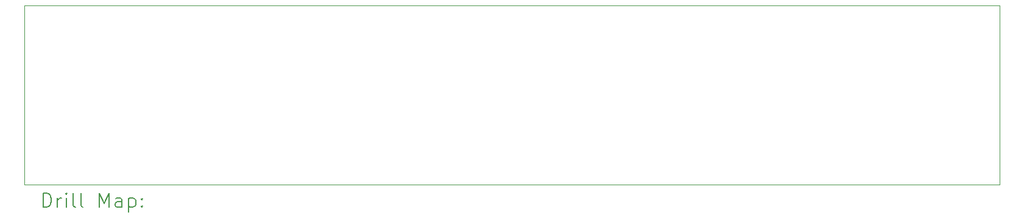
<source format=gbr>
%TF.GenerationSoftware,KiCad,Pcbnew,8.0.8*%
%TF.CreationDate,2025-05-04T21:01:16-05:00*%
%TF.ProjectId,Obstacle_detector,4f627374-6163-46c6-955f-646574656374,rev?*%
%TF.SameCoordinates,Original*%
%TF.FileFunction,Drillmap*%
%TF.FilePolarity,Positive*%
%FSLAX45Y45*%
G04 Gerber Fmt 4.5, Leading zero omitted, Abs format (unit mm)*
G04 Created by KiCad (PCBNEW 8.0.8) date 2025-05-04 21:01:16*
%MOMM*%
%LPD*%
G01*
G04 APERTURE LIST*
%ADD10C,0.050000*%
%ADD11C,0.200000*%
G04 APERTURE END LIST*
D10*
X1250000Y-1200000D02*
X14800000Y-1200000D01*
X1250000Y-3700000D02*
X1250000Y-1200000D01*
X14800000Y-1200000D02*
X14800000Y-3700000D01*
X14800000Y-3700000D02*
X1250000Y-3700000D01*
D11*
X1508277Y-4013984D02*
X1508277Y-3813984D01*
X1508277Y-3813984D02*
X1555896Y-3813984D01*
X1555896Y-3813984D02*
X1584467Y-3823508D01*
X1584467Y-3823508D02*
X1603515Y-3842555D01*
X1603515Y-3842555D02*
X1613039Y-3861603D01*
X1613039Y-3861603D02*
X1622562Y-3899698D01*
X1622562Y-3899698D02*
X1622562Y-3928269D01*
X1622562Y-3928269D02*
X1613039Y-3966365D01*
X1613039Y-3966365D02*
X1603515Y-3985412D01*
X1603515Y-3985412D02*
X1584467Y-4004460D01*
X1584467Y-4004460D02*
X1555896Y-4013984D01*
X1555896Y-4013984D02*
X1508277Y-4013984D01*
X1708277Y-4013984D02*
X1708277Y-3880650D01*
X1708277Y-3918746D02*
X1717801Y-3899698D01*
X1717801Y-3899698D02*
X1727324Y-3890174D01*
X1727324Y-3890174D02*
X1746372Y-3880650D01*
X1746372Y-3880650D02*
X1765420Y-3880650D01*
X1832086Y-4013984D02*
X1832086Y-3880650D01*
X1832086Y-3813984D02*
X1822562Y-3823508D01*
X1822562Y-3823508D02*
X1832086Y-3833031D01*
X1832086Y-3833031D02*
X1841610Y-3823508D01*
X1841610Y-3823508D02*
X1832086Y-3813984D01*
X1832086Y-3813984D02*
X1832086Y-3833031D01*
X1955896Y-4013984D02*
X1936848Y-4004460D01*
X1936848Y-4004460D02*
X1927324Y-3985412D01*
X1927324Y-3985412D02*
X1927324Y-3813984D01*
X2060658Y-4013984D02*
X2041610Y-4004460D01*
X2041610Y-4004460D02*
X2032086Y-3985412D01*
X2032086Y-3985412D02*
X2032086Y-3813984D01*
X2289229Y-4013984D02*
X2289229Y-3813984D01*
X2289229Y-3813984D02*
X2355896Y-3956841D01*
X2355896Y-3956841D02*
X2422563Y-3813984D01*
X2422563Y-3813984D02*
X2422563Y-4013984D01*
X2603515Y-4013984D02*
X2603515Y-3909222D01*
X2603515Y-3909222D02*
X2593991Y-3890174D01*
X2593991Y-3890174D02*
X2574944Y-3880650D01*
X2574944Y-3880650D02*
X2536848Y-3880650D01*
X2536848Y-3880650D02*
X2517801Y-3890174D01*
X2603515Y-4004460D02*
X2584467Y-4013984D01*
X2584467Y-4013984D02*
X2536848Y-4013984D01*
X2536848Y-4013984D02*
X2517801Y-4004460D01*
X2517801Y-4004460D02*
X2508277Y-3985412D01*
X2508277Y-3985412D02*
X2508277Y-3966365D01*
X2508277Y-3966365D02*
X2517801Y-3947317D01*
X2517801Y-3947317D02*
X2536848Y-3937793D01*
X2536848Y-3937793D02*
X2584467Y-3937793D01*
X2584467Y-3937793D02*
X2603515Y-3928269D01*
X2698753Y-3880650D02*
X2698753Y-4080650D01*
X2698753Y-3890174D02*
X2717801Y-3880650D01*
X2717801Y-3880650D02*
X2755896Y-3880650D01*
X2755896Y-3880650D02*
X2774944Y-3890174D01*
X2774944Y-3890174D02*
X2784467Y-3899698D01*
X2784467Y-3899698D02*
X2793991Y-3918746D01*
X2793991Y-3918746D02*
X2793991Y-3975888D01*
X2793991Y-3975888D02*
X2784467Y-3994936D01*
X2784467Y-3994936D02*
X2774944Y-4004460D01*
X2774944Y-4004460D02*
X2755896Y-4013984D01*
X2755896Y-4013984D02*
X2717801Y-4013984D01*
X2717801Y-4013984D02*
X2698753Y-4004460D01*
X2879705Y-3994936D02*
X2889229Y-4004460D01*
X2889229Y-4004460D02*
X2879705Y-4013984D01*
X2879705Y-4013984D02*
X2870182Y-4004460D01*
X2870182Y-4004460D02*
X2879705Y-3994936D01*
X2879705Y-3994936D02*
X2879705Y-4013984D01*
X2879705Y-3890174D02*
X2889229Y-3899698D01*
X2889229Y-3899698D02*
X2879705Y-3909222D01*
X2879705Y-3909222D02*
X2870182Y-3899698D01*
X2870182Y-3899698D02*
X2879705Y-3890174D01*
X2879705Y-3890174D02*
X2879705Y-3909222D01*
M02*

</source>
